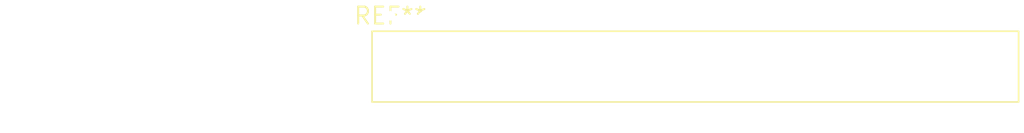
<source format=kicad_pcb>
(kicad_pcb (version 20240108) (generator pcbnew)
  (layers (0 "F.Cu" signal) (31 "B.Cu" signal) (34 "B.Paste" user) (35 "F.Paste" user) (36 "B.SilkS" user "B.Silkscreen") (37 "F.SilkS" user "F.Silkscreen") (38 "B.Mask" user) (39 "F.Mask" user) (44 "Edge.Cuts" user))
  (net 0 "")
  (footprint "Samtec_HLE-119-02-xx-DV-PE_2x19_P2.54mm_Horizontal" (layer "F.Cu") (at 0 0)
    (property "Reference" "REF**")
    (property "Value" "Samtec_HLE-119-02-xx-DV-PE_2x19_P2.54mm_Horizontal")
    (fp_line (start -1.38 1.16) (end 47.1 1.16) (layer "F.SilkS") (stroke (width 0.12)))
    (fp_line (start -1.38 6.46) (end -1.38 1.16) (layer "F.SilkS") (stroke (width 0.12)))
    (fp_line (start 47.1 1.16) (end 47.1 6.46) (layer "F.SilkS") (stroke (width 0.12)))
    (fp_line (start 47.1 6.46) (end -1.38 6.46) (layer "F.SilkS") (stroke (width 0.12)))
    (pad "" np_thru_hole circle (at 0 2.54) (size 1.4 1.4) (drill 1.4) (layers *.Cu *.Mask))
    (pad "" np_thru_hole circle (at 0 5.08) (size 1.4 1.4) (drill 1.4) (layers *.Cu *.Mask))
    (pad "" np_thru_hole circle (at 2.54 2.54) (size 1.4 1.4) (drill 1.4) (layers *.Cu *.Mask))
    (pad "" np_thru_hole circle (at 2.54 5.08) (size 1.4 1.4) (drill 1.4) (layers *.Cu *.Mask))
    (pad "" np_thru_hole circle (at 5.08 2.54) (size 1.4 1.4) (drill 1.4) (layers *.Cu *.Mask))
    (pad "" np_thru_hole circle (at 5.08 5.08) (size 1.4 1.4) (drill 1.4) (layers *.Cu *.Mask))
    (pad "" np_thru_hole circle (at 7.62 2.54) (size 1.4 1.4) (drill 1.4) (layers *.Cu *.Mask))
    (pad "" np_thru_hole circle (at 7.62 5.08) (size 1.4 1.4) (drill 1.4) (layers *.Cu *.Mask))
    (pad "" np_thru_hole circle (at 10.16 2.54) (size 1.4 1.4) (drill 1.4) (layers *.Cu *.Mask))
    (pad "" np_thru_hole circle (at 10.16 5.08) (size 1.4 1.4) (drill 1.4) (layers *.Cu *.Mask))
    (pad "" np_thru_hole circle (at 12.7 2.54) (size 1.4 1.4) (drill 1.4) (layers *.Cu *.Mask))
    (pad "" np_thru_hole circle (at 12.7 5.08) (size 1.4 1.4) (drill 1.4) (layers *.Cu *.Mask))
    (pad "" np_thru_hole circle (at 15.24 2.54) (size 1.4 1.4) (drill 1.4) (layers *.Cu *.Mask))
    (pad "" np_thru_hole circle (at 15.24 5.08) (size 1.4 1.4) (drill 1.4) (layers *.Cu *.Mask))
    (pad "" np_thru_hole circle (at 17.78 2.54) (size 1.4 1.4) (drill 1.4) (layers *.Cu *.Mask))
    (pad "" np_thru_hole circle (at 17.78 5.08) (size 1.4 1.4) (drill 1.4) (layers *.Cu *.Mask))
    (pad "" np_thru_hole circle (at 20.32 2.54) (size 1.4 1.4) (drill 1.4) (layers *.Cu *.Mask))
    (pad "" np_thru_hole circle (at 20.32 5.08) (size 1.4 1.4) (drill 1.4) (layers *.Cu *.Mask))
    (pad "" np_thru_hole circle (at 22.86 2.54) (size 1.4 1.4) (drill 1.4) (layers *.Cu *.Mask))
    (pad "" np_thru_hole circle (at 22.86 5.08) (size 1.4 1.4) (drill 1.4) (layers *.Cu *.Mask))
    (pad "" np_thru_hole circle (at 25.4 2.54) (size 1.4 1.4) (drill 1.4) (layers *.Cu *.Mask))
    (pad "" np_thru_hole circle (at 25.4 5.08) (size 1.4 1.4) (drill 1.4) (layers *.Cu *.Mask))
    (pad "" np_thru_hole circle (at 27.94 2.54) (size 1.4 1.4) (drill 1.4) (layers *.Cu *.Mask))
    (pad "" np_thru_hole circle (at 27.94 5.08) (size 1.4 1.4) (drill 1.4) (layers *.Cu *.Mask))
    (pad "" np_thru_hole circle (at 30.48 2.54) (size 1.4 1.4) (drill 1.4) (layers *.Cu *.Mask))
    (pad "" np_thru_hole circle (at 30.48 5.08) (size 1.4 1.4) (drill 1.4) (layers *.Cu *.Mask))
    (pad "" np_thru_hole circle (at 33.02 2.54) (size 1.4 1.4) (drill 1.4) (layers *.Cu *.Mask))
    (pad "" np_thru_hole circle (at 33.02 5.08) (size 1.4 1.4) (drill 1.4) (layers *.Cu *.Mask))
    (pad "" np_thru_hole circle (at 35.56 2.54) (size 1.4 1.4) (drill 1.4) (layers *.Cu *.Mask))
    (pad "" np_thru_hole circle (at 35.56 5.08) (size 1.4 1.4) (drill 1.4) (layers *.Cu *.Mask))
    (pad "" np_thru_hole circle (at 38.1 2.54) (size 1.4 1.4) (drill 1.4) (layers *.Cu *.Mask))
    (pad "" np_thru_hole circle (at 38.1 5.08) (size 1.4 1.4) (drill 1.4) (layers *.Cu *.Mask))
    (pad "" np_thru_hole circle (at 40.64 2.54) (size 1.4 1.4) (drill 1.4) (layers *.Cu *.Mask))
    (pad "" np_thru_hole circle (at 40.64 5.08) (size 1.4 1.4) (drill 1.4) (layers *.Cu *.Mask))
    (pad "" np_thru_hole circle (at 43.18 2.54) (size 1.4 1.4) (drill 1.4) (layers *.Cu *.Mask))
    (pad "" np_thru_hole circle (at 43.18 5.08) (size 1.4 1.4) (drill 1.4) (layers *.Cu *.Mask))
    (pad "" np_thru_hole circle (at 45.72 2.54) (size 1.4 1.4) (drill 1.4) (layers *.Cu *.Mask))
    (pad "" np_thru_hole circle (at 45.72 5.08) (size 1.4 1.4) (drill 1.4) (layers *.Cu *.Mask))
    (pad "1" thru_hole roundrect (at 0 0) (size 1.31 1.31) (drill 0.71) (layers *.Cu *.Mask) (remove_unused_layers) (roundrect_rratio 0.19084))
    (pad "2" thru_hole circle (at 0 7.62) (size 1.31 1.31) (drill 0.71) (layers *.Cu *.Mask) (remove_unused_layers))
    (pad "3" thru_hole circle (at 2.54 0) (size 1.31 1.31) (drill 0.71) (layers *.Cu *.Mask) (remove_unused_layers))
    (pad "4" thru_hole circle (at 2.54 7.62) (size 1.31 1.31) (drill 0.71) (layers *.Cu *.Mask) (remove_unused_layers))
    (pad "5" thru_hole circle (at 5.08 0) (size 1.31 1.31) (drill 0.71) (layers *.Cu *.Mask) (remove_unused_layers))
    (pad "6" thru_hole circle (at 5.08 7.62) (size 1.31 1.31) (drill 0.71) (layers *.Cu *.Mask) (remove_unused_layers))
    (pad "7" thru_hole circle (at 7.62 0) (size 1.31 1.31) (drill 0.71) (layers *.Cu *.Mask) (remove_unused_layers))
    (pad "8" thru_hole circle (at 7.62 7.62) (size 1.31 1.31) (drill 0.71) (layers *.Cu *.Mask) (remove_unused_layers))
    (pad "9" thru_hole circle (at 10.16 0) (size 1.31 1.31) (drill 0.71) (layers *.Cu *.Mask) (remove_unused_layers))
    (pad "10" thru_hole circle (at 10.16 7.62) (size 1.31 1.31) (drill 0.71) (layers *.Cu *.Mask) (remove_unused_layers))
    (pad "11" thru_hole circle (at 12.7 0) (size 1.31 1.31) (drill 0.71) (layers *.Cu *.Mask) (remove_unused_layers))
    (pad "12" thru_hole circle (at 12.7 7.62) (size 1.31 1.31) (drill 0.71) (layers *.Cu *.Mask) (remove_unused_layers))
    (pad "13" thru_hole circle (at 15.24 0) (size 1.31 1.31) (drill 0.71) (layers *.Cu *.Mask) (remove_unused_layers))
    (pad "14" thru_hole circle (at 15.24 7.62) (size 1.31 1.31) (drill 0.71) (layers *.Cu *.Mask) (remove_unused_layers))
    (pad "15" thru_hole circle (at 17.78 0) (size 1.31 1.31) (drill 0.71) (layers *.Cu *.Mask) (remove_unused_layers))
    (pad "16" thru_hole circle (at 17.78 7.62) (size 1.31 1.31) (drill 0.71) (layers *.Cu *.Mask) (remove_unused_layers))
    (pad "17" thru_hole circle (at 20.32 0) (size 1.31 1.31) (drill 0.71) (layers *.Cu *.Mask) (remove_unused_layers))
    (pad "18" thru_hole circle (at 20.32 7.62) (size 1.31 1.31) (drill 0.71) (layers *.Cu *.Mask) (remove_unused_layers))
    (pad "19" thru_hole circle (at 22.86 0) (size 1.31 1.31) (drill 0.71) (layers *.Cu *.Mask) (remove_unused_layers))
    (pad "20" thru_hole circle (at 22.86 7.62) (size 1.31 1.31) (drill 0.71) (layers *.Cu *.Mask) (remove_unused_layers))
    (pad "21" thru_hole circle (at 25.4 0) (size 1.31 1.31) (drill 0.71) (layers *.Cu *.Mask) (remove_unused_layers))
    (pad "22" thru_hole circle (at 25.4 7.62) (size 1.31 1.31) (drill 0.71) (layers *.Cu *.Mask) (remove_unused_layers))
    (pad "23" thru_hole circle (at 27.94 0) (size 1.31 1.31) (drill 0.71) (layers *.Cu *.Mask) (remove_unused_layers))
    (pad "24" thru_hole circle (at 27.94 7.62) (size 1.31 1.31) (drill 0.71) (layers *.Cu *.Mask) (remove_unused_layers))
    (pad "25" thru_hole circle (at 30.48 0) (size 1.31 1.31) (drill 0.71) (layers *.Cu *.Mask) (remove_unused_layers))
    (pad "26" thru_hole circle (at 30.48 7.62) (size 1.31 1.31) (drill 0.71) (layers *.Cu *.Mask) (remove_unused_layers))
    (pad "27" thru_hole circle (at 33.02 0) (size 1.31 1.31) (drill 0.71) (layers *.Cu *.Mask) (remove_unused_layers))
    (pad "28" thru_hole circle (at 33.02 7.62) (size 1.31 1.31) (drill 0.71) (layers *.Cu *.Mask) (remove_unused_layers))
    (pad "29" thru_hole circle (at 35.56 0) (size 1.31 1.31) (drill 0.71) (layers *.Cu *.Mask) (remove_unused_layers))
    (pad "30" thru_hole circle (at 35.56 7.62) (size 1.31 1.31) (drill 0.71) (layers *.Cu *.Mask) (remove_unused_layers))
    (pad "31" thru_hole circle (at 38.1 0) (size 1.31 1.31) (drill 0.71) (layers *.Cu *.Mask) (remove_unused_layers))
    (pad "32" thru_hole circle (at 38.1 7.62) (size 1.31 1.31) (drill 0.71) (layers *.Cu *.Mask) (remove_unused_layers))
    (pad "33" thru_hole circle (at 40.64 0) (size 1.31 1.31) (drill 0.71) (layers *.Cu *.Mask) (remove_unused_layers))
    (pad "34" thru_hole circle (at 40.64 7.62) (size 1.31 1.31) (drill 0.71) (layers *.Cu *.Mask) (remove_unused_layers))
    (pad "35" thru_hole circle (at 43.18 0) (size 1.31 1.31) (drill 0.71) (layers *.Cu *.Mask) (remove_unused_layers))
    (pad "36" thru_hole circle (at 43.18 7.62) (size 1.31 1.31) (drill 0.71) (layers *.Cu *.Mask) (remove_unused_layers))
    (pad "37" thru_hole circle (at 45.72 0) (size 1.31 1.31) (drill 0.71) (layers *.Cu *.Mask) (remove_unused_layers))
    (pad "38" thru_hole circle (at 45.72 7.62) (size 1.31 1.31) (drill 0.71) (layers *.Cu *.Mask) (remove_unused_layers))
  )
)
</source>
